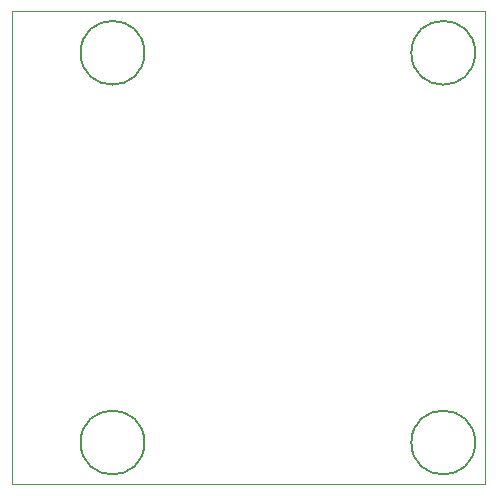
<source format=gbr>
%TF.GenerationSoftware,KiCad,Pcbnew,8.0.4-8.0.4-0~ubuntu22.04.1*%
%TF.CreationDate,2024-08-23T19:00:27-03:00*%
%TF.ProjectId,Anteres-Receiver,416e7465-7265-4732-9d52-656365697665,1.0.0*%
%TF.SameCoordinates,Original*%
%TF.FileFunction,Profile,NP*%
%FSLAX46Y46*%
G04 Gerber Fmt 4.6, Leading zero omitted, Abs format (unit mm)*
G04 Created by KiCad (PCBNEW 8.0.4-8.0.4-0~ubuntu22.04.1) date 2024-08-23 19:00:27*
%MOMM*%
%LPD*%
G01*
G04 APERTURE LIST*
%TA.AperFunction,Profile*%
%ADD10C,0.050000*%
%TD*%
%TA.AperFunction,Profile*%
%ADD11C,0.200000*%
%TD*%
G04 APERTURE END LIST*
D10*
X180000000Y-80000000D02*
X180000000Y-120000000D01*
D11*
X151200000Y-116500000D02*
G75*
G02*
X145800000Y-116500000I-2700000J0D01*
G01*
X145800000Y-116500000D02*
G75*
G02*
X151200000Y-116500000I2700000J0D01*
G01*
D10*
X140000000Y-80000000D02*
X180000000Y-80000000D01*
X140000000Y-120000000D02*
X140000000Y-80000000D01*
D11*
X179200000Y-83500000D02*
G75*
G02*
X173800000Y-83500000I-2700000J0D01*
G01*
X173800000Y-83500000D02*
G75*
G02*
X179200000Y-83500000I2700000J0D01*
G01*
X151200000Y-83500000D02*
G75*
G02*
X145800000Y-83500000I-2700000J0D01*
G01*
X145800000Y-83500000D02*
G75*
G02*
X151200000Y-83500000I2700000J0D01*
G01*
D10*
X180000000Y-120000000D02*
X140000000Y-120000000D01*
D11*
X179200000Y-116500000D02*
G75*
G02*
X173800000Y-116500000I-2700000J0D01*
G01*
X173800000Y-116500000D02*
G75*
G02*
X179200000Y-116500000I2700000J0D01*
G01*
M02*

</source>
